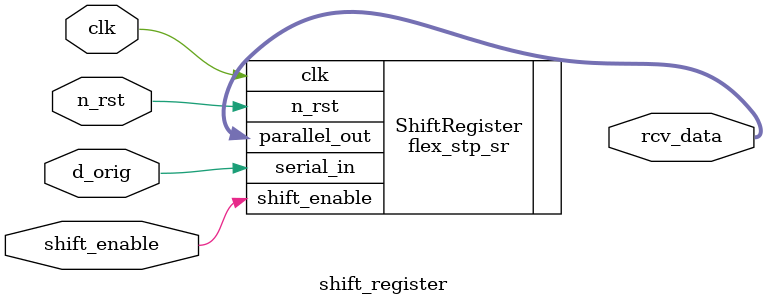
<source format=sv>
module shift_register
(
	input wire clk,
	input wire n_rst,
	input wire shift_enable,
	input wire d_orig,
	output wire [7:0] rcv_data
);
	flex_stp_sr #(8, 0)ShiftRegister(.clk(clk), .n_rst(n_rst), .shift_enable(shift_enable), .serial_in(d_orig), .parallel_out(rcv_data));
endmodule

</source>
